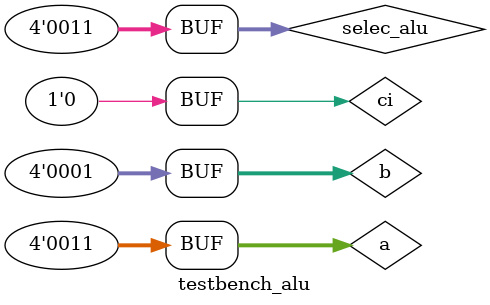
<source format=sv>
module testbench_alu();

	logic [3:0] a, b;
	logic ci;
	logic [3:0] selec_alu;
	logic [3:0] result;
	logic f_N, f_Z, f_C, f_V;
	
	alu alu_tb (a,b,ci,selec_alu,result,f_N,f_Z,f_C,f_V);
	
	initial begin
	selec_alu = 4'b0000;
	ci = 0;
	a = 4'b0011;
	b = 4'b0001;
	
	#20
	selec_alu = 4'b0001;
	ci = 0;
	a = 4'b0011;
	b = 4'b0001;
	
	#20
	selec_alu = 4'b0010;
	ci = 0;
	a = 4'b0011;
	b = 4'b0001;
	
	#20
	selec_alu = 4'b0011;
	ci = 0;
	a = 4'b0011;
	b = 4'b0001;
	end
	
endmodule
</source>
